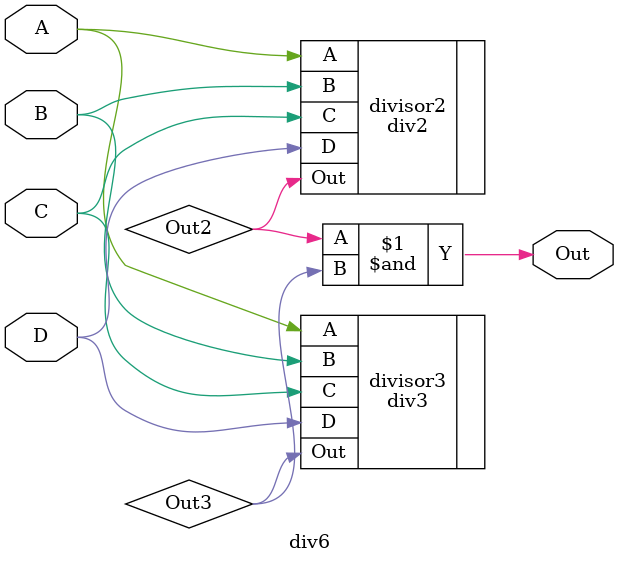
<source format=v>
module div6(A, B, C, D, Out);
	// ports
	input A, B, C, D;
	output Out;
	
	// internal submodule outputs
	wire Out2, Out3;
	
	// divisor instances
	div2 divisor2 (.A(A), .B(B), .C(C), .D(D), .Out(Out2));
	div3 divisor3 (.A(A), .B(B), .C(C), .D(D), .Out(Out3));
	
	// output
	and(Out, Out2, Out3);

endmodule
</source>
